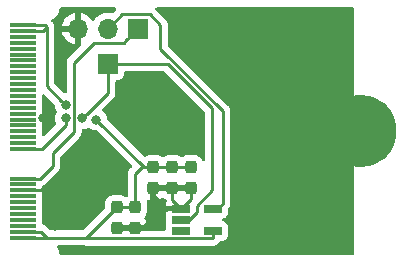
<source format=gbr>
G04 #@! TF.GenerationSoftware,KiCad,Pcbnew,6.0.7-1.fc36*
G04 #@! TF.CreationDate,2022-08-19T16:17:08-04:00*
G04 #@! TF.ProjectId,librem5-m2-breakout,6c696272-656d-4352-9d6d-322d62726561,v0.5.0*
G04 #@! TF.SameCoordinates,Original*
G04 #@! TF.FileFunction,Copper,L2,Bot*
G04 #@! TF.FilePolarity,Positive*
%FSLAX46Y46*%
G04 Gerber Fmt 4.6, Leading zero omitted, Abs format (unit mm)*
G04 Created by KiCad (PCBNEW 6.0.7-1.fc36) date 2022-08-19 16:17:08*
%MOMM*%
%LPD*%
G01*
G04 APERTURE LIST*
G04 Aperture macros list*
%AMRoundRect*
0 Rectangle with rounded corners*
0 $1 Rounding radius*
0 $2 $3 $4 $5 $6 $7 $8 $9 X,Y pos of 4 corners*
0 Add a 4 corners polygon primitive as box body*
4,1,4,$2,$3,$4,$5,$6,$7,$8,$9,$2,$3,0*
0 Add four circle primitives for the rounded corners*
1,1,$1+$1,$2,$3*
1,1,$1+$1,$4,$5*
1,1,$1+$1,$6,$7*
1,1,$1+$1,$8,$9*
0 Add four rect primitives between the rounded corners*
20,1,$1+$1,$2,$3,$4,$5,0*
20,1,$1+$1,$4,$5,$6,$7,0*
20,1,$1+$1,$6,$7,$8,$9,0*
20,1,$1+$1,$8,$9,$2,$3,0*%
G04 Aperture macros list end*
G04 #@! TA.AperFunction,ComponentPad*
%ADD10C,6.150000*%
G04 #@! TD*
G04 #@! TA.AperFunction,SMDPad,CuDef*
%ADD11R,2.200000X0.350000*%
G04 #@! TD*
G04 #@! TA.AperFunction,ComponentPad*
%ADD12R,1.700000X1.700000*%
G04 #@! TD*
G04 #@! TA.AperFunction,ComponentPad*
%ADD13O,1.700000X1.700000*%
G04 #@! TD*
G04 #@! TA.AperFunction,SMDPad,CuDef*
%ADD14RoundRect,0.237500X0.237500X-0.287500X0.237500X0.287500X-0.237500X0.287500X-0.237500X-0.287500X0*%
G04 #@! TD*
G04 #@! TA.AperFunction,SMDPad,CuDef*
%ADD15R,1.560000X0.650000*%
G04 #@! TD*
G04 #@! TA.AperFunction,ViaPad*
%ADD16C,0.800000*%
G04 #@! TD*
G04 #@! TA.AperFunction,Conductor*
%ADD17C,0.250000*%
G04 #@! TD*
G04 APERTURE END LIST*
D10*
X148850000Y-95000000D03*
D11*
X120250000Y-104000000D03*
X120250000Y-103500000D03*
X120250000Y-103000000D03*
X120250000Y-102500000D03*
X120250000Y-102000000D03*
X120250000Y-101500000D03*
X120250000Y-101000000D03*
X120250000Y-100500000D03*
X120250000Y-100000000D03*
X120250000Y-99500000D03*
X120250000Y-99000000D03*
X120250000Y-96500000D03*
X120250000Y-96000000D03*
X120250000Y-95500000D03*
X120250000Y-95000000D03*
X120250000Y-94500000D03*
X120250000Y-94000000D03*
X120250000Y-93500000D03*
X120250000Y-93000000D03*
X120250000Y-92500000D03*
X120250000Y-92000000D03*
X120250000Y-91500000D03*
X120250000Y-91000000D03*
X120250000Y-90500000D03*
X120250000Y-90000000D03*
X120250000Y-89500000D03*
X120250000Y-89000000D03*
X120250000Y-88500000D03*
X120250000Y-88000000D03*
X120250000Y-87500000D03*
X120250000Y-87000000D03*
X120250000Y-86500000D03*
X120250000Y-86000000D03*
D12*
X127460000Y-89300000D03*
X130000000Y-86300000D03*
D13*
X127460000Y-86300000D03*
X124920000Y-86300000D03*
D14*
X128200000Y-103175000D03*
X128200000Y-101425000D03*
X131300000Y-99775000D03*
X131300000Y-98025000D03*
X134500000Y-99775000D03*
X134500000Y-98025000D03*
X132900000Y-99775000D03*
X132900000Y-98025000D03*
D15*
X133650000Y-103450000D03*
X133650000Y-102500000D03*
X133650000Y-101550000D03*
X136350000Y-101550000D03*
X136350000Y-103450000D03*
D14*
X129800000Y-103175000D03*
X129800000Y-101425000D03*
D16*
X126500000Y-94000000D03*
X123900000Y-92800000D03*
X131300000Y-102250000D03*
X134000000Y-86000000D03*
X135000000Y-88000000D03*
X122000000Y-93900000D03*
X137000000Y-90000000D03*
X139000000Y-104500000D03*
X140000000Y-101000000D03*
X131000000Y-93000000D03*
X140000000Y-99000000D03*
X123000000Y-103000016D03*
X123900000Y-93900016D03*
X125300000Y-93900000D03*
D17*
X134500000Y-99775000D02*
X134500000Y-100700000D01*
X134500000Y-100700000D02*
X133650000Y-101550000D01*
X136324999Y-104050001D02*
X125675001Y-104050001D01*
X120250000Y-86000000D02*
X122100000Y-86000000D01*
X120250000Y-86500000D02*
X122000000Y-86500000D01*
X122300000Y-104000000D02*
X120250000Y-104000000D01*
X130375000Y-98025000D02*
X131300000Y-98025000D01*
X128200000Y-101425000D02*
X129800000Y-101425000D01*
X121800000Y-103500000D02*
X122300000Y-104000000D01*
X125625000Y-104000000D02*
X125675001Y-104050001D01*
X130525000Y-98025000D02*
X126500000Y-94000000D01*
X136350000Y-103450000D02*
X136350000Y-104025000D01*
X125625000Y-104000000D02*
X128200000Y-101425000D01*
X122100000Y-86000000D02*
X122300000Y-86200000D01*
X136350000Y-104025000D02*
X136324999Y-104050001D01*
X131300000Y-98025000D02*
X130525000Y-98025000D01*
X131300000Y-98025000D02*
X132900000Y-98025000D01*
X129800000Y-98600000D02*
X130375000Y-98025000D01*
X132900000Y-98025000D02*
X134500000Y-98025000D01*
X129800000Y-101425000D02*
X129800000Y-98600000D01*
X120250000Y-103500000D02*
X121800000Y-103500000D01*
X122300000Y-91200000D02*
X123500001Y-92400001D01*
X122300000Y-86200000D02*
X122300000Y-91200000D01*
X123500001Y-92400001D02*
X123900000Y-92800000D01*
X122000000Y-86500000D02*
X122300000Y-86200000D01*
X122300000Y-104000000D02*
X125625000Y-104000000D01*
X131300000Y-99775000D02*
X131300000Y-100400000D01*
X132450000Y-101550000D02*
X132620000Y-101550000D01*
X129800000Y-103175000D02*
X128200000Y-103175000D01*
X131300000Y-102250000D02*
X131300000Y-100400000D01*
X132620000Y-101550000D02*
X133650000Y-101550000D01*
X130375000Y-103175000D02*
X131300000Y-102250000D01*
X134500000Y-99775000D02*
X131300000Y-99775000D01*
X123000000Y-100700000D02*
X123000000Y-103000016D01*
X120250000Y-100000000D02*
X122300000Y-100000000D01*
X131300000Y-100400000D02*
X132450000Y-101550000D01*
X122300000Y-100000000D02*
X123000000Y-100700000D01*
X132900000Y-100800000D02*
X133650000Y-101550000D01*
X129800000Y-103175000D02*
X130375000Y-103175000D01*
X132900000Y-99775000D02*
X132900000Y-100800000D01*
X122800000Y-97900000D02*
X122800000Y-96857937D01*
X126300000Y-87500000D02*
X128800000Y-87500000D01*
X124600000Y-95057937D02*
X124600000Y-89200000D01*
X124600000Y-89200000D02*
X126300000Y-87500000D01*
X122800000Y-96857937D02*
X124600000Y-95057937D01*
X129000000Y-87300000D02*
X130000000Y-86300000D01*
X121700000Y-99000000D02*
X122800000Y-97900000D01*
X128800000Y-87500000D02*
X129000000Y-87300000D01*
X120250000Y-99000000D02*
X121700000Y-99000000D01*
X136300000Y-100000000D02*
X136300000Y-93050498D01*
X136300000Y-93050498D02*
X132549502Y-89300000D01*
X121865701Y-96500000D02*
X123900000Y-94465701D01*
X127460000Y-91740000D02*
X125699999Y-93500001D01*
X133650000Y-102500000D02*
X134300002Y-102500000D01*
X135000000Y-101300000D02*
X136300000Y-100000000D01*
X132549502Y-89300000D02*
X127460000Y-89300000D01*
X120250000Y-96500000D02*
X121865701Y-96500000D01*
X125699999Y-93500001D02*
X125300000Y-93900000D01*
X135000000Y-101800002D02*
X135000000Y-101300000D01*
X134300002Y-102500000D02*
X135000000Y-101800002D01*
X123900000Y-94465701D02*
X123900000Y-93900016D01*
X127460000Y-89300000D02*
X127460000Y-91740000D01*
X131900000Y-88000000D02*
X137200000Y-93300000D01*
X130995002Y-85100000D02*
X131900000Y-86004998D01*
X136750000Y-101550000D02*
X136350000Y-101550000D01*
X131900000Y-86004998D02*
X131900000Y-88000000D01*
X127460000Y-86300000D02*
X128660000Y-85100000D01*
X128660000Y-85100000D02*
X130995002Y-85100000D01*
X137200000Y-93300000D02*
X137200000Y-101100000D01*
X137200000Y-101100000D02*
X136750000Y-101550000D01*
G04 #@! TA.AperFunction,Conductor*
G36*
X148283621Y-84528502D02*
G01*
X148330114Y-84582158D01*
X148341500Y-84634500D01*
X148341500Y-105365500D01*
X148321498Y-105433621D01*
X148267842Y-105480114D01*
X148215500Y-105491500D01*
X123483628Y-105491500D01*
X123415507Y-105471498D01*
X123369014Y-105417842D01*
X123358107Y-105376482D01*
X123354144Y-105331186D01*
X123346972Y-105249207D01*
X123301300Y-105078755D01*
X123298977Y-105073773D01*
X123229049Y-104923811D01*
X123229046Y-104923806D01*
X123226723Y-104918824D01*
X123223567Y-104914316D01*
X123223563Y-104914310D01*
X123165768Y-104831770D01*
X123143080Y-104764497D01*
X123160365Y-104695636D01*
X123212135Y-104647052D01*
X123268981Y-104633500D01*
X125392853Y-104633500D01*
X125436561Y-104641838D01*
X125439941Y-104643696D01*
X125458075Y-104648352D01*
X125459563Y-104648734D01*
X125478268Y-104655138D01*
X125496856Y-104663182D01*
X125504679Y-104664421D01*
X125504689Y-104664424D01*
X125540525Y-104670100D01*
X125552145Y-104672506D01*
X125583960Y-104680674D01*
X125594971Y-104683501D01*
X125615225Y-104683501D01*
X125634935Y-104685052D01*
X125654944Y-104688221D01*
X125662836Y-104687475D01*
X125681581Y-104685703D01*
X125698963Y-104684060D01*
X125710820Y-104683501D01*
X136246232Y-104683501D01*
X136257415Y-104684028D01*
X136264908Y-104685703D01*
X136272834Y-104685454D01*
X136272835Y-104685454D01*
X136332985Y-104683563D01*
X136336944Y-104683501D01*
X136364855Y-104683501D01*
X136368790Y-104683004D01*
X136368855Y-104682996D01*
X136380692Y-104682063D01*
X136412950Y-104681049D01*
X136416969Y-104680923D01*
X136424888Y-104680674D01*
X136444342Y-104675022D01*
X136463699Y-104671014D01*
X136475929Y-104669469D01*
X136475930Y-104669469D01*
X136483796Y-104668475D01*
X136491167Y-104665556D01*
X136491169Y-104665556D01*
X136524911Y-104652197D01*
X136536141Y-104648352D01*
X136570982Y-104638230D01*
X136570983Y-104638230D01*
X136578592Y-104636019D01*
X136585411Y-104631986D01*
X136585416Y-104631984D01*
X136596027Y-104625708D01*
X136613775Y-104617013D01*
X136632616Y-104609553D01*
X136668386Y-104583565D01*
X136678306Y-104577049D01*
X136709534Y-104558581D01*
X136709537Y-104558579D01*
X136716361Y-104554543D01*
X136730685Y-104540219D01*
X136745712Y-104527384D01*
X136762106Y-104515473D01*
X136772706Y-104502660D01*
X136786625Y-104485836D01*
X136791855Y-104479903D01*
X136803645Y-104467347D01*
X136806403Y-104464502D01*
X136826135Y-104444770D01*
X136828615Y-104441573D01*
X136836320Y-104432551D01*
X136861159Y-104406100D01*
X136866586Y-104400321D01*
X136870405Y-104393375D01*
X136870407Y-104393372D01*
X136876348Y-104382566D01*
X136887199Y-104366047D01*
X136894756Y-104356304D01*
X136899614Y-104350041D01*
X136901918Y-104344717D01*
X136953119Y-104296909D01*
X137009681Y-104283500D01*
X137178134Y-104283500D01*
X137240316Y-104276745D01*
X137376705Y-104225615D01*
X137493261Y-104138261D01*
X137580615Y-104021705D01*
X137631745Y-103885316D01*
X137638500Y-103823134D01*
X137638500Y-103076866D01*
X137631745Y-103014684D01*
X137580615Y-102878295D01*
X137493261Y-102761739D01*
X137376705Y-102674385D01*
X137240316Y-102623255D01*
X137233010Y-102622461D01*
X137171576Y-102587365D01*
X137138756Y-102524410D01*
X137145182Y-102453705D01*
X137188814Y-102397698D01*
X137232940Y-102377546D01*
X137240316Y-102376745D01*
X137376705Y-102325615D01*
X137493261Y-102238261D01*
X137580615Y-102121705D01*
X137631745Y-101985316D01*
X137638500Y-101923134D01*
X137638500Y-101609596D01*
X137658502Y-101541475D01*
X137671079Y-101525869D01*
X137670712Y-101525545D01*
X137673334Y-101522571D01*
X137676135Y-101519770D01*
X137678615Y-101516573D01*
X137686320Y-101507551D01*
X137711159Y-101481100D01*
X137716586Y-101475321D01*
X137720405Y-101468375D01*
X137720407Y-101468372D01*
X137726348Y-101457566D01*
X137737199Y-101441047D01*
X137744758Y-101431301D01*
X137749614Y-101425041D01*
X137752759Y-101417772D01*
X137752762Y-101417768D01*
X137767174Y-101384463D01*
X137772391Y-101373813D01*
X137793695Y-101335060D01*
X137798733Y-101315437D01*
X137805137Y-101296734D01*
X137810033Y-101285420D01*
X137810033Y-101285419D01*
X137813181Y-101278145D01*
X137814420Y-101270322D01*
X137814423Y-101270312D01*
X137820099Y-101234476D01*
X137822505Y-101222856D01*
X137831528Y-101187711D01*
X137831528Y-101187710D01*
X137833500Y-101180030D01*
X137833500Y-101159776D01*
X137835051Y-101140065D01*
X137836980Y-101127886D01*
X137838220Y-101120057D01*
X137834059Y-101076038D01*
X137833500Y-101064181D01*
X137833500Y-93378767D01*
X137834027Y-93367584D01*
X137835702Y-93360091D01*
X137835018Y-93338309D01*
X137833562Y-93292001D01*
X137833500Y-93288043D01*
X137833500Y-93260144D01*
X137832996Y-93256153D01*
X137832063Y-93244311D01*
X137831815Y-93236393D01*
X137830674Y-93200111D01*
X137828462Y-93192497D01*
X137828461Y-93192492D01*
X137825023Y-93180659D01*
X137821012Y-93161295D01*
X137819467Y-93149064D01*
X137818474Y-93141203D01*
X137815557Y-93133836D01*
X137815556Y-93133831D01*
X137802198Y-93100092D01*
X137798354Y-93088865D01*
X137788230Y-93054022D01*
X137786018Y-93046407D01*
X137775707Y-93028972D01*
X137767012Y-93011224D01*
X137759552Y-92992383D01*
X137733564Y-92956613D01*
X137727048Y-92946693D01*
X137708580Y-92915465D01*
X137708578Y-92915462D01*
X137704542Y-92908638D01*
X137690221Y-92894317D01*
X137677380Y-92879283D01*
X137670131Y-92869306D01*
X137665472Y-92862893D01*
X137631395Y-92834702D01*
X137622616Y-92826712D01*
X132570405Y-87774500D01*
X132536379Y-87712188D01*
X132533500Y-87685405D01*
X132533500Y-86083761D01*
X132534027Y-86072577D01*
X132535701Y-86065089D01*
X132534719Y-86033828D01*
X132533562Y-85997031D01*
X132533500Y-85993073D01*
X132533500Y-85965142D01*
X132532994Y-85961136D01*
X132532061Y-85949290D01*
X132531971Y-85946407D01*
X132530673Y-85905108D01*
X132525022Y-85885656D01*
X132521014Y-85866304D01*
X132519468Y-85854066D01*
X132519467Y-85854064D01*
X132518474Y-85846201D01*
X132502194Y-85805084D01*
X132498359Y-85793883D01*
X132486018Y-85751404D01*
X132481985Y-85744585D01*
X132481983Y-85744580D01*
X132475707Y-85733969D01*
X132467010Y-85716219D01*
X132459552Y-85697381D01*
X132433571Y-85661621D01*
X132427053Y-85651699D01*
X132408578Y-85620458D01*
X132408574Y-85620453D01*
X132404542Y-85613635D01*
X132390218Y-85599311D01*
X132377376Y-85584276D01*
X132365472Y-85567891D01*
X132331406Y-85539709D01*
X132322627Y-85531720D01*
X131514502Y-84723595D01*
X131480476Y-84661283D01*
X131485541Y-84590468D01*
X131528088Y-84533632D01*
X131594608Y-84508821D01*
X131603597Y-84508500D01*
X148215500Y-84508500D01*
X148283621Y-84528502D01*
G37*
G04 #@! TD.AperFunction*
G04 #@! TA.AperFunction,Conductor*
G36*
X134696121Y-99541002D02*
G01*
X134742614Y-99594658D01*
X134754000Y-99647000D01*
X134754000Y-99903000D01*
X134733998Y-99971121D01*
X134680342Y-100017614D01*
X134628000Y-100029000D01*
X131572115Y-100029000D01*
X131556876Y-100033475D01*
X131555671Y-100034865D01*
X131554000Y-100042548D01*
X131554000Y-100789885D01*
X131558475Y-100805124D01*
X131559865Y-100806329D01*
X131567548Y-100808000D01*
X131583766Y-100808000D01*
X131590282Y-100807663D01*
X131684132Y-100797925D01*
X131697528Y-100795032D01*
X131848953Y-100744512D01*
X131862115Y-100738347D01*
X131997492Y-100654574D01*
X132008892Y-100645539D01*
X132010924Y-100643503D01*
X132012655Y-100642556D01*
X132014627Y-100640993D01*
X132014895Y-100641331D01*
X132073208Y-100609426D01*
X132144028Y-100614432D01*
X132189113Y-100643352D01*
X132192129Y-100646363D01*
X132203540Y-100655375D01*
X132339063Y-100738912D01*
X132352240Y-100745056D01*
X132380393Y-100754394D01*
X132438753Y-100794824D01*
X132465990Y-100860388D01*
X132453457Y-100930270D01*
X132441552Y-100949552D01*
X132425214Y-100971352D01*
X132416676Y-100986946D01*
X132371522Y-101107394D01*
X132367895Y-101122649D01*
X132362369Y-101173514D01*
X132362000Y-101180328D01*
X132362000Y-101277885D01*
X132366475Y-101293124D01*
X132367865Y-101294329D01*
X132375548Y-101296000D01*
X133778000Y-101296000D01*
X133846121Y-101316002D01*
X133892614Y-101369658D01*
X133904000Y-101422000D01*
X133904000Y-101540500D01*
X133883998Y-101608621D01*
X133830342Y-101655114D01*
X133778000Y-101666500D01*
X132821866Y-101666500D01*
X132759684Y-101673255D01*
X132623295Y-101724385D01*
X132568741Y-101765271D01*
X132550655Y-101778826D01*
X132484149Y-101803674D01*
X132475090Y-101804000D01*
X132380116Y-101804000D01*
X132364877Y-101808475D01*
X132363672Y-101809865D01*
X132362001Y-101817548D01*
X132362001Y-101919669D01*
X132362371Y-101926490D01*
X132367895Y-101977349D01*
X132372035Y-101994764D01*
X132372034Y-102053058D01*
X132371029Y-102057284D01*
X132368255Y-102064684D01*
X132361500Y-102126866D01*
X132361500Y-102873134D01*
X132368255Y-102935316D01*
X132371029Y-102942715D01*
X132371775Y-102945854D01*
X132371775Y-103004146D01*
X132371029Y-103007285D01*
X132368255Y-103014684D01*
X132361500Y-103076866D01*
X132361500Y-103290501D01*
X132341498Y-103358622D01*
X132287842Y-103405115D01*
X132235500Y-103416501D01*
X128072000Y-103416501D01*
X128003879Y-103396499D01*
X127957386Y-103342843D01*
X127946000Y-103290501D01*
X127946000Y-103047000D01*
X127966002Y-102978879D01*
X128019658Y-102932386D01*
X128072000Y-102921000D01*
X130764885Y-102921000D01*
X130780124Y-102916525D01*
X130781329Y-102915135D01*
X130783000Y-102907452D01*
X130783000Y-102841234D01*
X130782663Y-102834718D01*
X130772925Y-102740868D01*
X130770032Y-102727472D01*
X130719512Y-102576047D01*
X130713347Y-102562885D01*
X130629574Y-102427508D01*
X130620536Y-102416105D01*
X130593860Y-102389475D01*
X130559781Y-102327193D01*
X130564784Y-102256373D01*
X130593705Y-102211285D01*
X130621758Y-102183183D01*
X130626929Y-102178003D01*
X130657202Y-102128891D01*
X130714369Y-102036150D01*
X130714370Y-102036148D01*
X130718209Y-102029920D01*
X130772974Y-101864809D01*
X130783500Y-101762072D01*
X130783500Y-101087928D01*
X130783163Y-101084678D01*
X130773419Y-100990765D01*
X130773418Y-100990761D01*
X130772707Y-100983907D01*
X130770526Y-100977370D01*
X130770525Y-100977365D01*
X130764685Y-100959860D01*
X130762101Y-100888910D01*
X130798286Y-100827826D01*
X130861750Y-100796003D01*
X130910624Y-100796785D01*
X130917135Y-100798181D01*
X131009770Y-100807672D01*
X131016185Y-100808000D01*
X131027885Y-100808000D01*
X131043124Y-100803525D01*
X131044329Y-100802135D01*
X131046000Y-100794452D01*
X131046000Y-99647000D01*
X131066002Y-99578879D01*
X131119658Y-99532386D01*
X131172000Y-99521000D01*
X134628000Y-99521000D01*
X134696121Y-99541002D01*
G37*
G04 #@! TD.AperFunction*
G04 #@! TA.AperFunction,Conductor*
G36*
X125893016Y-94683002D02*
G01*
X125905238Y-94690847D01*
X125967926Y-94736393D01*
X126005383Y-94763607D01*
X126043248Y-94791118D01*
X126049276Y-94793802D01*
X126049278Y-94793803D01*
X126107862Y-94819886D01*
X126217712Y-94868794D01*
X126311112Y-94888647D01*
X126398056Y-94907128D01*
X126398061Y-94907128D01*
X126404513Y-94908500D01*
X126460406Y-94908500D01*
X126528527Y-94928502D01*
X126549501Y-94945405D01*
X129465000Y-97860904D01*
X129499026Y-97923216D01*
X129493961Y-97994031D01*
X129465000Y-98039094D01*
X129407742Y-98096352D01*
X129399462Y-98103887D01*
X129392982Y-98108000D01*
X129361053Y-98142001D01*
X129346357Y-98157651D01*
X129343602Y-98160493D01*
X129323865Y-98180230D01*
X129321385Y-98183427D01*
X129313682Y-98192447D01*
X129283414Y-98224679D01*
X129279595Y-98231625D01*
X129279593Y-98231628D01*
X129273652Y-98242434D01*
X129262801Y-98258953D01*
X129250386Y-98274959D01*
X129247241Y-98282228D01*
X129247238Y-98282232D01*
X129232826Y-98315537D01*
X129227609Y-98326187D01*
X129206305Y-98364940D01*
X129204334Y-98372615D01*
X129204334Y-98372616D01*
X129201267Y-98384562D01*
X129194863Y-98403266D01*
X129186819Y-98421855D01*
X129185580Y-98429678D01*
X129185577Y-98429688D01*
X129179901Y-98465524D01*
X129177495Y-98477144D01*
X129166500Y-98519970D01*
X129166500Y-98540224D01*
X129164949Y-98559934D01*
X129161780Y-98579943D01*
X129162526Y-98587835D01*
X129165941Y-98623961D01*
X129166500Y-98635819D01*
X129166500Y-100435036D01*
X129146498Y-100503157D01*
X129106804Y-100542179D01*
X129095969Y-100548884D01*
X129089077Y-100555788D01*
X129087613Y-100556589D01*
X129085062Y-100558611D01*
X129084716Y-100558174D01*
X129026796Y-100589866D01*
X128955976Y-100584863D01*
X128910890Y-100555944D01*
X128908184Y-100553243D01*
X128903003Y-100548071D01*
X128896772Y-100544230D01*
X128761150Y-100460631D01*
X128761148Y-100460630D01*
X128754920Y-100456791D01*
X128589809Y-100402026D01*
X128582973Y-100401326D01*
X128582970Y-100401325D01*
X128531474Y-100396049D01*
X128487072Y-100391500D01*
X127912928Y-100391500D01*
X127909682Y-100391837D01*
X127909678Y-100391837D01*
X127815765Y-100401581D01*
X127815761Y-100401582D01*
X127808907Y-100402293D01*
X127802371Y-100404474D01*
X127802369Y-100404474D01*
X127710764Y-100435036D01*
X127643893Y-100457346D01*
X127495969Y-100548884D01*
X127490796Y-100554066D01*
X127378242Y-100666816D01*
X127378238Y-100666821D01*
X127373071Y-100671997D01*
X127369231Y-100678227D01*
X127369230Y-100678228D01*
X127291996Y-100803525D01*
X127281791Y-100820080D01*
X127227026Y-100985191D01*
X127216500Y-101087928D01*
X127216500Y-101460406D01*
X127196498Y-101528527D01*
X127179595Y-101549501D01*
X125399500Y-103329595D01*
X125337188Y-103363621D01*
X125310405Y-103366500D01*
X122614595Y-103366500D01*
X122546474Y-103346498D01*
X122525499Y-103329595D01*
X122303647Y-103107742D01*
X122296113Y-103099463D01*
X122292000Y-103092982D01*
X122242348Y-103046356D01*
X122239507Y-103043602D01*
X122219770Y-103023865D01*
X122216573Y-103021385D01*
X122207551Y-103013680D01*
X122181100Y-102988841D01*
X122175321Y-102983414D01*
X122168375Y-102979595D01*
X122168372Y-102979593D01*
X122157566Y-102973652D01*
X122141047Y-102962801D01*
X122140583Y-102962441D01*
X122125041Y-102950386D01*
X122117772Y-102947241D01*
X122117768Y-102947238D01*
X122084463Y-102932826D01*
X122073813Y-102927609D01*
X122035060Y-102906305D01*
X122015437Y-102901267D01*
X121996734Y-102894863D01*
X121985420Y-102889967D01*
X121985419Y-102889967D01*
X121978145Y-102886819D01*
X121970320Y-102885580D01*
X121970318Y-102885579D01*
X121963707Y-102884532D01*
X121899554Y-102854119D01*
X121862027Y-102793851D01*
X121858154Y-102773686D01*
X121857637Y-102768919D01*
X121857059Y-102763603D01*
X121857060Y-102736393D01*
X121858131Y-102726535D01*
X121858132Y-102726525D01*
X121858500Y-102723134D01*
X121858500Y-102276866D01*
X121858132Y-102273475D01*
X121858131Y-102273465D01*
X121857060Y-102263607D01*
X121857060Y-102236393D01*
X121858131Y-102226535D01*
X121858132Y-102226525D01*
X121858500Y-102223134D01*
X121858500Y-101776866D01*
X121858132Y-101773475D01*
X121858131Y-101773465D01*
X121857060Y-101763607D01*
X121857060Y-101736393D01*
X121858131Y-101726535D01*
X121858132Y-101726525D01*
X121858500Y-101723134D01*
X121858500Y-101276866D01*
X121858132Y-101273475D01*
X121858131Y-101273465D01*
X121857060Y-101263607D01*
X121857060Y-101236393D01*
X121858131Y-101226535D01*
X121858132Y-101226525D01*
X121858500Y-101223134D01*
X121858500Y-100776866D01*
X121858132Y-100773475D01*
X121858131Y-100773465D01*
X121857060Y-100763607D01*
X121857060Y-100736393D01*
X121858131Y-100726535D01*
X121858132Y-100726525D01*
X121858500Y-100723134D01*
X121858500Y-100276866D01*
X121856807Y-100261281D01*
X121856807Y-100234065D01*
X121857631Y-100226478D01*
X121858000Y-100219672D01*
X121858000Y-100193115D01*
X121853193Y-100176744D01*
X121819201Y-100127874D01*
X121800615Y-100078295D01*
X121795232Y-100071113D01*
X121790921Y-100063238D01*
X121793446Y-100061856D01*
X121773721Y-100009058D01*
X121788774Y-99939676D01*
X121792501Y-99933877D01*
X121795234Y-99928885D01*
X121800615Y-99921705D01*
X121817963Y-99875429D01*
X121840720Y-99837147D01*
X121856328Y-99819135D01*
X121857999Y-99811452D01*
X121857999Y-99780332D01*
X121857630Y-99773517D01*
X121856806Y-99765929D01*
X121856807Y-99738725D01*
X121858130Y-99726539D01*
X121858500Y-99723134D01*
X121858500Y-99708248D01*
X121878502Y-99640127D01*
X121932158Y-99593634D01*
X121941550Y-99590147D01*
X121945983Y-99588229D01*
X121953593Y-99586018D01*
X121960412Y-99581985D01*
X121960417Y-99581983D01*
X121971028Y-99575707D01*
X121988776Y-99567012D01*
X122007617Y-99559552D01*
X122043387Y-99533564D01*
X122053307Y-99527048D01*
X122084535Y-99508580D01*
X122084538Y-99508578D01*
X122091362Y-99504542D01*
X122105683Y-99490221D01*
X122120717Y-99477380D01*
X122130694Y-99470131D01*
X122137107Y-99465472D01*
X122165298Y-99431395D01*
X122173288Y-99422616D01*
X123192253Y-98403652D01*
X123200539Y-98396112D01*
X123207018Y-98392000D01*
X123253644Y-98342348D01*
X123256398Y-98339507D01*
X123276135Y-98319770D01*
X123278615Y-98316573D01*
X123286320Y-98307551D01*
X123311159Y-98281100D01*
X123316586Y-98275321D01*
X123320405Y-98268375D01*
X123320407Y-98268372D01*
X123326348Y-98257566D01*
X123337199Y-98241047D01*
X123337559Y-98240583D01*
X123349614Y-98225041D01*
X123352759Y-98217772D01*
X123352762Y-98217768D01*
X123367174Y-98184463D01*
X123372391Y-98173813D01*
X123393695Y-98135060D01*
X123398733Y-98115437D01*
X123405137Y-98096734D01*
X123410033Y-98085420D01*
X123410033Y-98085419D01*
X123413181Y-98078145D01*
X123414420Y-98070322D01*
X123414423Y-98070312D01*
X123420099Y-98034476D01*
X123422505Y-98022856D01*
X123431528Y-97987711D01*
X123431528Y-97987710D01*
X123433500Y-97980030D01*
X123433500Y-97959776D01*
X123435051Y-97940065D01*
X123436980Y-97927886D01*
X123438220Y-97920057D01*
X123434059Y-97876038D01*
X123433500Y-97864181D01*
X123433500Y-97172531D01*
X123453502Y-97104410D01*
X123470405Y-97083436D01*
X124992247Y-95561594D01*
X125000537Y-95554050D01*
X125007018Y-95549937D01*
X125053659Y-95500269D01*
X125056413Y-95497428D01*
X125076134Y-95477707D01*
X125078612Y-95474512D01*
X125086318Y-95465490D01*
X125111158Y-95439038D01*
X125116586Y-95433258D01*
X125126346Y-95415505D01*
X125137199Y-95398982D01*
X125144753Y-95389243D01*
X125149613Y-95382978D01*
X125167176Y-95342394D01*
X125172383Y-95331764D01*
X125193695Y-95292997D01*
X125195666Y-95285320D01*
X125195668Y-95285315D01*
X125198732Y-95273379D01*
X125205138Y-95254667D01*
X125210034Y-95243354D01*
X125213181Y-95236082D01*
X125220097Y-95192418D01*
X125222504Y-95180797D01*
X125231528Y-95145648D01*
X125231528Y-95145647D01*
X125233500Y-95137967D01*
X125233500Y-95117706D01*
X125235051Y-95097995D01*
X125236979Y-95085822D01*
X125238219Y-95077994D01*
X125234059Y-95033983D01*
X125233500Y-95022126D01*
X125233500Y-94934500D01*
X125253502Y-94866379D01*
X125307158Y-94819886D01*
X125359500Y-94808500D01*
X125395487Y-94808500D01*
X125401939Y-94807128D01*
X125401944Y-94807128D01*
X125495521Y-94787237D01*
X125582288Y-94768794D01*
X125588319Y-94766109D01*
X125750722Y-94693803D01*
X125750724Y-94693802D01*
X125756752Y-94691118D01*
X125762093Y-94687237D01*
X125767811Y-94683936D01*
X125769308Y-94686528D01*
X125823846Y-94667000D01*
X125893016Y-94683002D01*
G37*
G04 #@! TD.AperFunction*
G04 #@! TA.AperFunction,Conductor*
G36*
X132303029Y-89953502D02*
G01*
X132324003Y-89970405D01*
X135629595Y-93275997D01*
X135663621Y-93338309D01*
X135666500Y-93365092D01*
X135666500Y-97388974D01*
X135646498Y-97457095D01*
X135592842Y-97503588D01*
X135522568Y-97513692D01*
X135457988Y-97484198D01*
X135423320Y-97432355D01*
X135423077Y-97432469D01*
X135422330Y-97430874D01*
X135420977Y-97428851D01*
X135419975Y-97425846D01*
X135419970Y-97425836D01*
X135417654Y-97418893D01*
X135326116Y-97270969D01*
X135320934Y-97265796D01*
X135208184Y-97153242D01*
X135208179Y-97153238D01*
X135203003Y-97148071D01*
X135132172Y-97104410D01*
X135061150Y-97060631D01*
X135061148Y-97060630D01*
X135054920Y-97056791D01*
X134889809Y-97002026D01*
X134882973Y-97001326D01*
X134882970Y-97001325D01*
X134831474Y-96996049D01*
X134787072Y-96991500D01*
X134212928Y-96991500D01*
X134209682Y-96991837D01*
X134209678Y-96991837D01*
X134115765Y-97001581D01*
X134115761Y-97001582D01*
X134108907Y-97002293D01*
X134102371Y-97004474D01*
X134102369Y-97004474D01*
X134065364Y-97016820D01*
X133943893Y-97057346D01*
X133937661Y-97061202D01*
X133937662Y-97061202D01*
X133803490Y-97144230D01*
X133795969Y-97148884D01*
X133789077Y-97155788D01*
X133787613Y-97156589D01*
X133785062Y-97158611D01*
X133784716Y-97158174D01*
X133726796Y-97189866D01*
X133655976Y-97184863D01*
X133610890Y-97155944D01*
X133608184Y-97153243D01*
X133608183Y-97153242D01*
X133603003Y-97148071D01*
X133532172Y-97104410D01*
X133461150Y-97060631D01*
X133461148Y-97060630D01*
X133454920Y-97056791D01*
X133289809Y-97002026D01*
X133282973Y-97001326D01*
X133282970Y-97001325D01*
X133231474Y-96996049D01*
X133187072Y-96991500D01*
X132612928Y-96991500D01*
X132609682Y-96991837D01*
X132609678Y-96991837D01*
X132515765Y-97001581D01*
X132515761Y-97001582D01*
X132508907Y-97002293D01*
X132502371Y-97004474D01*
X132502369Y-97004474D01*
X132465364Y-97016820D01*
X132343893Y-97057346D01*
X132337661Y-97061202D01*
X132337662Y-97061202D01*
X132203490Y-97144230D01*
X132195969Y-97148884D01*
X132189077Y-97155788D01*
X132187613Y-97156589D01*
X132185062Y-97158611D01*
X132184716Y-97158174D01*
X132126796Y-97189866D01*
X132055976Y-97184863D01*
X132010890Y-97155944D01*
X132008184Y-97153243D01*
X132008183Y-97153242D01*
X132003003Y-97148071D01*
X131932172Y-97104410D01*
X131861150Y-97060631D01*
X131861148Y-97060630D01*
X131854920Y-97056791D01*
X131689809Y-97002026D01*
X131682973Y-97001326D01*
X131682970Y-97001325D01*
X131631474Y-96996049D01*
X131587072Y-96991500D01*
X131012928Y-96991500D01*
X131009682Y-96991837D01*
X131009678Y-96991837D01*
X130915765Y-97001581D01*
X130915761Y-97001582D01*
X130908907Y-97002293D01*
X130902371Y-97004474D01*
X130902369Y-97004474D01*
X130865364Y-97016820D01*
X130743893Y-97057346D01*
X130737661Y-97061202D01*
X130737662Y-97061202D01*
X130649198Y-97115945D01*
X130580746Y-97134783D01*
X130512976Y-97113622D01*
X130493800Y-97097896D01*
X127447122Y-94051217D01*
X127413096Y-93988905D01*
X127410907Y-93975292D01*
X127394232Y-93816635D01*
X127394232Y-93816633D01*
X127393542Y-93810072D01*
X127334527Y-93628444D01*
X127239040Y-93463056D01*
X127126718Y-93338309D01*
X127115675Y-93326045D01*
X127115674Y-93326044D01*
X127111253Y-93321134D01*
X127068440Y-93290028D01*
X127035716Y-93266253D01*
X126992362Y-93210031D01*
X126986287Y-93139294D01*
X127020682Y-93075222D01*
X127852247Y-92243657D01*
X127860537Y-92236113D01*
X127867018Y-92232000D01*
X127913659Y-92182332D01*
X127916413Y-92179491D01*
X127936134Y-92159770D01*
X127938612Y-92156575D01*
X127946318Y-92147553D01*
X127971158Y-92121101D01*
X127976586Y-92115321D01*
X127986346Y-92097568D01*
X127997199Y-92081045D01*
X128004753Y-92071306D01*
X128009613Y-92065041D01*
X128027176Y-92024457D01*
X128032383Y-92013827D01*
X128053695Y-91975060D01*
X128055666Y-91967383D01*
X128055668Y-91967378D01*
X128058732Y-91955442D01*
X128065138Y-91936730D01*
X128070033Y-91925419D01*
X128073181Y-91918145D01*
X128074421Y-91910317D01*
X128074423Y-91910310D01*
X128080099Y-91874476D01*
X128082505Y-91862856D01*
X128091528Y-91827711D01*
X128091528Y-91827710D01*
X128093500Y-91820030D01*
X128093500Y-91799776D01*
X128095051Y-91780065D01*
X128096980Y-91767886D01*
X128098220Y-91760057D01*
X128094059Y-91716038D01*
X128093500Y-91704181D01*
X128093500Y-90784500D01*
X128113502Y-90716379D01*
X128167158Y-90669886D01*
X128219500Y-90658500D01*
X128358134Y-90658500D01*
X128420316Y-90651745D01*
X128556705Y-90600615D01*
X128673261Y-90513261D01*
X128760615Y-90396705D01*
X128811745Y-90260316D01*
X128818500Y-90198134D01*
X128818500Y-90059500D01*
X128838502Y-89991379D01*
X128892158Y-89944886D01*
X128944500Y-89933500D01*
X132234908Y-89933500D01*
X132303029Y-89953502D01*
G37*
G04 #@! TD.AperFunction*
G04 #@! TA.AperFunction,Conductor*
G36*
X122067012Y-91863370D02*
G01*
X122073595Y-91869499D01*
X122952878Y-92748782D01*
X122986904Y-92811094D01*
X122989092Y-92824703D01*
X123006458Y-92989928D01*
X123065473Y-93171556D01*
X123068776Y-93177278D01*
X123068777Y-93177279D01*
X123132129Y-93287008D01*
X123148867Y-93356004D01*
X123132129Y-93413008D01*
X123103234Y-93463056D01*
X123065473Y-93528460D01*
X123006458Y-93710088D01*
X123005768Y-93716649D01*
X123005768Y-93716651D01*
X122996609Y-93803794D01*
X122986496Y-93900016D01*
X123006458Y-94089944D01*
X123065473Y-94271572D01*
X123068777Y-94277295D01*
X123071461Y-94283323D01*
X123068754Y-94284528D01*
X123082462Y-94340963D01*
X123059260Y-94408061D01*
X123045698Y-94424098D01*
X122073595Y-95396201D01*
X122011283Y-95430227D01*
X121940468Y-95425162D01*
X121883632Y-95382615D01*
X121858821Y-95316095D01*
X121858500Y-95307106D01*
X121858500Y-95276866D01*
X121858132Y-95273475D01*
X121858131Y-95273465D01*
X121857060Y-95263607D01*
X121857060Y-95236393D01*
X121858131Y-95226535D01*
X121858132Y-95226525D01*
X121858500Y-95223134D01*
X121858500Y-94776866D01*
X121858132Y-94773475D01*
X121858131Y-94773465D01*
X121857060Y-94763607D01*
X121857060Y-94736393D01*
X121858131Y-94726535D01*
X121858132Y-94726525D01*
X121858500Y-94723134D01*
X121858500Y-94276866D01*
X121858132Y-94273475D01*
X121858131Y-94273465D01*
X121857060Y-94263607D01*
X121857060Y-94236393D01*
X121858131Y-94226535D01*
X121858132Y-94226525D01*
X121858500Y-94223134D01*
X121858500Y-93776866D01*
X121858132Y-93773475D01*
X121858131Y-93773465D01*
X121857060Y-93763607D01*
X121857060Y-93736393D01*
X121858131Y-93726535D01*
X121858132Y-93726525D01*
X121858500Y-93723134D01*
X121858500Y-93276866D01*
X121858132Y-93273475D01*
X121858131Y-93273465D01*
X121857060Y-93263607D01*
X121857060Y-93236393D01*
X121858131Y-93226535D01*
X121858132Y-93226525D01*
X121858500Y-93223134D01*
X121858500Y-92776866D01*
X121858132Y-92773475D01*
X121858131Y-92773465D01*
X121857060Y-92763607D01*
X121857060Y-92736393D01*
X121858131Y-92726535D01*
X121858132Y-92726525D01*
X121858500Y-92723134D01*
X121858500Y-92276866D01*
X121858132Y-92273475D01*
X121858131Y-92273465D01*
X121857060Y-92263607D01*
X121857060Y-92236393D01*
X121858131Y-92226535D01*
X121858132Y-92226525D01*
X121858500Y-92223134D01*
X121858500Y-91958594D01*
X121878502Y-91890473D01*
X121932158Y-91843980D01*
X122002432Y-91833876D01*
X122067012Y-91863370D01*
G37*
G04 #@! TD.AperFunction*
G04 #@! TA.AperFunction,Conductor*
G36*
X128119526Y-84528502D02*
G01*
X128166019Y-84582158D01*
X128176123Y-84652432D01*
X128146629Y-84717012D01*
X128140500Y-84723595D01*
X127917345Y-84946750D01*
X127855033Y-84980776D01*
X127806154Y-84981702D01*
X127593373Y-84943800D01*
X127593367Y-84943799D01*
X127588284Y-84942894D01*
X127514452Y-84941992D01*
X127370081Y-84940228D01*
X127370079Y-84940228D01*
X127364911Y-84940165D01*
X127144091Y-84973955D01*
X126931756Y-85043357D01*
X126733607Y-85146507D01*
X126729474Y-85149610D01*
X126729471Y-85149612D01*
X126622905Y-85229624D01*
X126554965Y-85280635D01*
X126400629Y-85442138D01*
X126397715Y-85446410D01*
X126397714Y-85446411D01*
X126392504Y-85454049D01*
X126298198Y-85592297D01*
X126292898Y-85600066D01*
X126237987Y-85645069D01*
X126167462Y-85653240D01*
X126103715Y-85621986D01*
X126083018Y-85597502D01*
X126002426Y-85472926D01*
X125996136Y-85464757D01*
X125852806Y-85307240D01*
X125845273Y-85300215D01*
X125678139Y-85168222D01*
X125669552Y-85162517D01*
X125483117Y-85059599D01*
X125473705Y-85055369D01*
X125272959Y-84984280D01*
X125262988Y-84981646D01*
X125191837Y-84968972D01*
X125178540Y-84970432D01*
X125174000Y-84984989D01*
X125174000Y-87618515D01*
X125178265Y-87633041D01*
X125178264Y-87704038D01*
X125146465Y-87757631D01*
X124207736Y-88696359D01*
X124199462Y-88703888D01*
X124192982Y-88708000D01*
X124187557Y-88713777D01*
X124146357Y-88757651D01*
X124143602Y-88760493D01*
X124123865Y-88780230D01*
X124121385Y-88783427D01*
X124113682Y-88792447D01*
X124083414Y-88824679D01*
X124079595Y-88831625D01*
X124079593Y-88831628D01*
X124073652Y-88842434D01*
X124062801Y-88858953D01*
X124050386Y-88874959D01*
X124047241Y-88882228D01*
X124047238Y-88882232D01*
X124032826Y-88915537D01*
X124027609Y-88926187D01*
X124006305Y-88964940D01*
X124004334Y-88972615D01*
X124004334Y-88972616D01*
X124001267Y-88984562D01*
X123994863Y-89003266D01*
X123986819Y-89021855D01*
X123985580Y-89029678D01*
X123985577Y-89029688D01*
X123979901Y-89065524D01*
X123977495Y-89077144D01*
X123966500Y-89119970D01*
X123966500Y-89140224D01*
X123964949Y-89159934D01*
X123961780Y-89179943D01*
X123962526Y-89187835D01*
X123965941Y-89223961D01*
X123966500Y-89235819D01*
X123966500Y-91666405D01*
X123946498Y-91734526D01*
X123892842Y-91781019D01*
X123822568Y-91791123D01*
X123757988Y-91761629D01*
X123751404Y-91755500D01*
X122970404Y-90974499D01*
X122936379Y-90912187D01*
X122933500Y-90885404D01*
X122933500Y-86567966D01*
X123588257Y-86567966D01*
X123618565Y-86702446D01*
X123621645Y-86712275D01*
X123701770Y-86909603D01*
X123706413Y-86918794D01*
X123817694Y-87100388D01*
X123823777Y-87108699D01*
X123963213Y-87269667D01*
X123970580Y-87276883D01*
X124134434Y-87412916D01*
X124142881Y-87418831D01*
X124326756Y-87526279D01*
X124336042Y-87530729D01*
X124535001Y-87606703D01*
X124544899Y-87609579D01*
X124648250Y-87630606D01*
X124662299Y-87629410D01*
X124666000Y-87619065D01*
X124666000Y-86572115D01*
X124661525Y-86556876D01*
X124660135Y-86555671D01*
X124652452Y-86554000D01*
X123603225Y-86554000D01*
X123589694Y-86557973D01*
X123588257Y-86567966D01*
X122933500Y-86567966D01*
X122933500Y-86278768D01*
X122934027Y-86267585D01*
X122935702Y-86260092D01*
X122935443Y-86251857D01*
X122936933Y-86228186D01*
X122936980Y-86227890D01*
X122936980Y-86227885D01*
X122938220Y-86220057D01*
X122934059Y-86176038D01*
X122933500Y-86164181D01*
X122933500Y-86160144D01*
X122932996Y-86156153D01*
X122932063Y-86144311D01*
X122930923Y-86108030D01*
X122930923Y-86108029D01*
X122930674Y-86100111D01*
X122928376Y-86092202D01*
X122923932Y-86068904D01*
X122923903Y-86068596D01*
X122923903Y-86068594D01*
X122923157Y-86060708D01*
X122920558Y-86053489D01*
X122920455Y-86052896D01*
X122919613Y-86049393D01*
X122919436Y-86048818D01*
X122918474Y-86041203D01*
X122915694Y-86034183D01*
X123584389Y-86034183D01*
X123585912Y-86042607D01*
X123598292Y-86046000D01*
X124647885Y-86046000D01*
X124663124Y-86041525D01*
X124664329Y-86040135D01*
X124666000Y-86032452D01*
X124666000Y-84983102D01*
X124662082Y-84969758D01*
X124647806Y-84967771D01*
X124609324Y-84973660D01*
X124599288Y-84976051D01*
X124396868Y-85042212D01*
X124387359Y-85046209D01*
X124198463Y-85144542D01*
X124189738Y-85150036D01*
X124019433Y-85277905D01*
X124011726Y-85284748D01*
X123864590Y-85438717D01*
X123858104Y-85446727D01*
X123738098Y-85622649D01*
X123733000Y-85631623D01*
X123643338Y-85824783D01*
X123639775Y-85834470D01*
X123584389Y-86034183D01*
X122915694Y-86034183D01*
X122913238Y-86027979D01*
X122902198Y-86000092D01*
X122898354Y-85988865D01*
X122891461Y-85965142D01*
X122886018Y-85946407D01*
X122881982Y-85939583D01*
X122881980Y-85939578D01*
X122881823Y-85939312D01*
X122871733Y-85917868D01*
X122871627Y-85917574D01*
X122871623Y-85917565D01*
X122868939Y-85910111D01*
X122864627Y-85903765D01*
X122864384Y-85903228D01*
X122862685Y-85900018D01*
X122862375Y-85899512D01*
X122859552Y-85892383D01*
X122833564Y-85856613D01*
X122827048Y-85846693D01*
X122808576Y-85815458D01*
X122808573Y-85815455D01*
X122804542Y-85808638D01*
X122798940Y-85803036D01*
X122798938Y-85803033D01*
X122798712Y-85802807D01*
X122783609Y-85784550D01*
X122783430Y-85784287D01*
X122783426Y-85784283D01*
X122778972Y-85777729D01*
X122773218Y-85772656D01*
X122772849Y-85772196D01*
X122770400Y-85769505D01*
X122769981Y-85769099D01*
X122765472Y-85762893D01*
X122731403Y-85734708D01*
X122722627Y-85726722D01*
X122704795Y-85708890D01*
X122670769Y-85646581D01*
X122675832Y-85575765D01*
X122718377Y-85518928D01*
X122740639Y-85505599D01*
X122851189Y-85454049D01*
X122851194Y-85454046D01*
X122856176Y-85451723D01*
X122936874Y-85395217D01*
X122996216Y-85353666D01*
X122996219Y-85353664D01*
X123000727Y-85350507D01*
X123125507Y-85225727D01*
X123226723Y-85081176D01*
X123229046Y-85076194D01*
X123229049Y-85076189D01*
X123298977Y-84926227D01*
X123298978Y-84926226D01*
X123301300Y-84921245D01*
X123317841Y-84859515D01*
X123345548Y-84756108D01*
X123345548Y-84756107D01*
X123346972Y-84750793D01*
X123358107Y-84623517D01*
X123383970Y-84557400D01*
X123441474Y-84515761D01*
X123483628Y-84508500D01*
X128051405Y-84508500D01*
X128119526Y-84528502D01*
G37*
G04 #@! TD.AperFunction*
M02*

</source>
